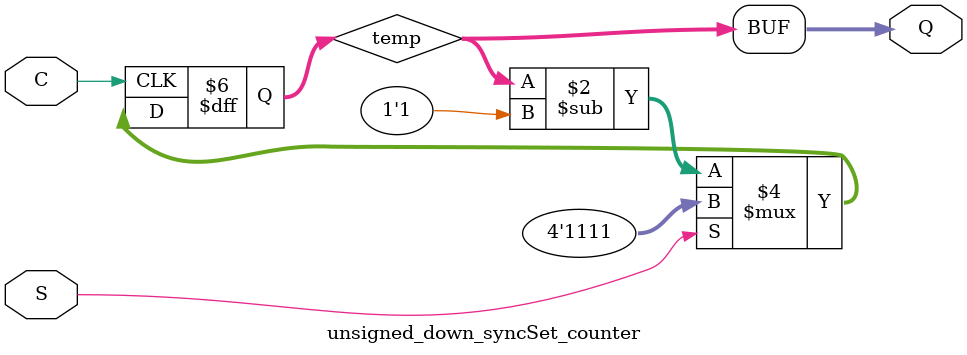
<source format=v>
`timescale 1ns / 1ps

module unsigned_down_syncSet_counter(
    input C,
    input S,
    output [3:0] Q
    );
	 reg [3:0] temp;
	 
	 always @ (posedge C) begin
		if (S)
			temp <= 4'b1111;
		else
			temp <= temp - 1'b1;
	  end
	  assign Q = temp;

endmodule

</source>
